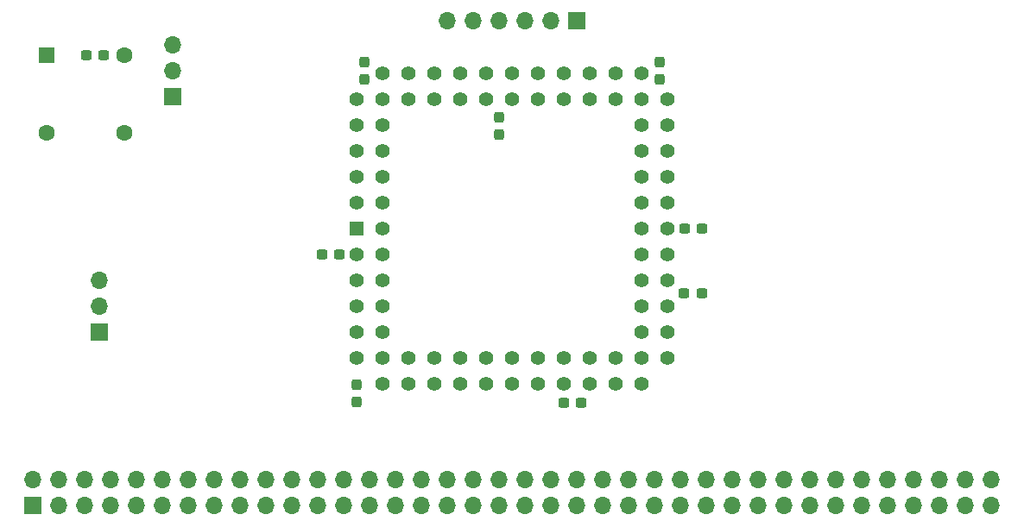
<source format=gbs>
G04 #@! TF.GenerationSoftware,KiCad,Pcbnew,6.0.1*
G04 #@! TF.CreationDate,2022-02-14T19:14:06-08:00*
G04 #@! TF.ProjectId,BREAKOUT-ATF1508AS,42524541-4b4f-4555-942d-415446313530,rev?*
G04 #@! TF.SameCoordinates,Original*
G04 #@! TF.FileFunction,Soldermask,Bot*
G04 #@! TF.FilePolarity,Negative*
%FSLAX46Y46*%
G04 Gerber Fmt 4.6, Leading zero omitted, Abs format (unit mm)*
G04 Created by KiCad (PCBNEW 6.0.1) date 2022-02-14 19:14:06*
%MOMM*%
%LPD*%
G01*
G04 APERTURE LIST*
G04 Aperture macros list*
%AMRoundRect*
0 Rectangle with rounded corners*
0 $1 Rounding radius*
0 $2 $3 $4 $5 $6 $7 $8 $9 X,Y pos of 4 corners*
0 Add a 4 corners polygon primitive as box body*
4,1,4,$2,$3,$4,$5,$6,$7,$8,$9,$2,$3,0*
0 Add four circle primitives for the rounded corners*
1,1,$1+$1,$2,$3*
1,1,$1+$1,$4,$5*
1,1,$1+$1,$6,$7*
1,1,$1+$1,$8,$9*
0 Add four rect primitives between the rounded corners*
20,1,$1+$1,$2,$3,$4,$5,0*
20,1,$1+$1,$4,$5,$6,$7,0*
20,1,$1+$1,$6,$7,$8,$9,0*
20,1,$1+$1,$8,$9,$2,$3,0*%
G04 Aperture macros list end*
%ADD10R,1.700000X1.700000*%
%ADD11O,1.700000X1.700000*%
%ADD12R,1.422400X1.422400*%
%ADD13C,1.422400*%
%ADD14R,1.600000X1.600000*%
%ADD15C,1.600000*%
%ADD16RoundRect,0.237500X0.300000X0.237500X-0.300000X0.237500X-0.300000X-0.237500X0.300000X-0.237500X0*%
%ADD17RoundRect,0.237500X-0.300000X-0.237500X0.300000X-0.237500X0.300000X0.237500X-0.300000X0.237500X0*%
%ADD18RoundRect,0.237500X0.237500X-0.300000X0.237500X0.300000X-0.237500X0.300000X-0.237500X-0.300000X0*%
%ADD19RoundRect,0.237500X-0.237500X0.300000X-0.237500X-0.300000X0.237500X-0.300000X0.237500X0.300000X0*%
G04 APERTURE END LIST*
D10*
X153330000Y-71400000D03*
D11*
X150790000Y-71400000D03*
X148250000Y-71400000D03*
X145710000Y-71400000D03*
X143170000Y-71400000D03*
X140630000Y-71400000D03*
D10*
X106510000Y-101940000D03*
D11*
X106510000Y-99400000D03*
X106510000Y-96860000D03*
D10*
X113720000Y-78860000D03*
D11*
X113720000Y-76320000D03*
X113720000Y-73780000D03*
D10*
X100005000Y-119000000D03*
D11*
X100005000Y-116460000D03*
X102545000Y-119000000D03*
X102545000Y-116460000D03*
X105085000Y-119000000D03*
X105085000Y-116460000D03*
X107625000Y-119000000D03*
X107625000Y-116460000D03*
X110165000Y-119000000D03*
X110165000Y-116460000D03*
X112705000Y-119000000D03*
X112705000Y-116460000D03*
X115245000Y-119000000D03*
X115245000Y-116460000D03*
X117785000Y-119000000D03*
X117785000Y-116460000D03*
X120325000Y-119000000D03*
X120325000Y-116460000D03*
X122865000Y-119000000D03*
X122865000Y-116460000D03*
X125405000Y-119000000D03*
X125405000Y-116460000D03*
X127945000Y-119000000D03*
X127945000Y-116460000D03*
X130485000Y-119000000D03*
X130485000Y-116460000D03*
X133025000Y-119000000D03*
X133025000Y-116460000D03*
X135565000Y-119000000D03*
X135565000Y-116460000D03*
X138105000Y-119000000D03*
X138105000Y-116460000D03*
X140645000Y-119000000D03*
X140645000Y-116460000D03*
X143185000Y-119000000D03*
X143185000Y-116460000D03*
X145725000Y-119000000D03*
X145725000Y-116460000D03*
X148265000Y-119000000D03*
X148265000Y-116460000D03*
X150805000Y-119000000D03*
X150805000Y-116460000D03*
X153345000Y-119000000D03*
X153345000Y-116460000D03*
X155885000Y-119000000D03*
X155885000Y-116460000D03*
X158425000Y-119000000D03*
X158425000Y-116460000D03*
X160965000Y-119000000D03*
X160965000Y-116460000D03*
X163505000Y-119000000D03*
X163505000Y-116460000D03*
X166045000Y-119000000D03*
X166045000Y-116460000D03*
X168585000Y-119000000D03*
X168585000Y-116460000D03*
X171125000Y-119000000D03*
X171125000Y-116460000D03*
X173665000Y-119000000D03*
X173665000Y-116460000D03*
X176205000Y-119000000D03*
X176205000Y-116460000D03*
X178745000Y-119000000D03*
X178745000Y-116460000D03*
X181285000Y-119000000D03*
X181285000Y-116460000D03*
X183825000Y-119000000D03*
X183825000Y-116460000D03*
X186365000Y-119000000D03*
X186365000Y-116460000D03*
X188905000Y-119000000D03*
X188905000Y-116460000D03*
X191445000Y-119000000D03*
X191445000Y-116460000D03*
X193985000Y-119000000D03*
X193985000Y-116460000D03*
D12*
X131740000Y-91770000D03*
D13*
X134280000Y-91770000D03*
X131740000Y-94310000D03*
X134280000Y-94310000D03*
X131740000Y-96850000D03*
X134280000Y-96850000D03*
X131740000Y-99390000D03*
X134280000Y-99390000D03*
X131740000Y-101930000D03*
X134280000Y-101930000D03*
X131740000Y-104470000D03*
X134280000Y-107010000D03*
X134280000Y-104470000D03*
X136820000Y-107010000D03*
X136820000Y-104470000D03*
X139360000Y-107010000D03*
X139360000Y-104470000D03*
X141900000Y-107010000D03*
X141900000Y-104470000D03*
X144440000Y-107010000D03*
X144440000Y-104470000D03*
X146980000Y-107010000D03*
X146980000Y-104470000D03*
X149520000Y-107010000D03*
X149520000Y-104470000D03*
X152060000Y-107010000D03*
X152060000Y-104470000D03*
X154600000Y-107010000D03*
X154600000Y-104470000D03*
X157140000Y-107010000D03*
X157140000Y-104470000D03*
X159680000Y-107010000D03*
X162220000Y-104470000D03*
X159680000Y-104470000D03*
X162220000Y-101930000D03*
X159680000Y-101930000D03*
X162220000Y-99390000D03*
X159680000Y-99390000D03*
X162220000Y-96850000D03*
X159680000Y-96850000D03*
X162220000Y-94310000D03*
X159680000Y-94310000D03*
X162220000Y-91770000D03*
X159680000Y-91770000D03*
X162220000Y-89230000D03*
X159680000Y-89230000D03*
X162220000Y-86690000D03*
X159680000Y-86690000D03*
X162220000Y-84150000D03*
X159680000Y-84150000D03*
X162220000Y-81610000D03*
X159680000Y-81610000D03*
X162220000Y-79070000D03*
X159680000Y-76530000D03*
X159680000Y-79070000D03*
X157140000Y-76530000D03*
X157140000Y-79070000D03*
X154600000Y-76530000D03*
X154600000Y-79070000D03*
X152060000Y-76530000D03*
X152060000Y-79070000D03*
X149520000Y-76530000D03*
X149520000Y-79070000D03*
X146980000Y-76530000D03*
X146980000Y-79070000D03*
X144440000Y-76530000D03*
X144440000Y-79070000D03*
X141900000Y-76530000D03*
X141900000Y-79070000D03*
X139360000Y-76530000D03*
X139360000Y-79070000D03*
X136820000Y-76530000D03*
X136820000Y-79070000D03*
X134280000Y-76530000D03*
X131740000Y-79070000D03*
X134280000Y-79070000D03*
X131740000Y-81610000D03*
X134280000Y-81610000D03*
X131740000Y-84150000D03*
X134280000Y-84150000D03*
X131740000Y-86690000D03*
X134280000Y-86690000D03*
X131740000Y-89230000D03*
X134280000Y-89230000D03*
D14*
X101360000Y-74770000D03*
D15*
X101360000Y-82390000D03*
X108980000Y-82390000D03*
X108980000Y-74770000D03*
D16*
X106912500Y-74770000D03*
X105187500Y-74770000D03*
D17*
X163890000Y-91760000D03*
X165615000Y-91760000D03*
X163850000Y-98150000D03*
X165575000Y-98150000D03*
X152037500Y-108850000D03*
X153762500Y-108850000D03*
D18*
X132500000Y-77180000D03*
X132500000Y-75455000D03*
D19*
X131730000Y-107110000D03*
X131730000Y-108835000D03*
D18*
X161470000Y-77180000D03*
X161470000Y-75455000D03*
D19*
X145700000Y-80850000D03*
X145700000Y-82575000D03*
D16*
X130050000Y-94300000D03*
X128325000Y-94300000D03*
M02*

</source>
